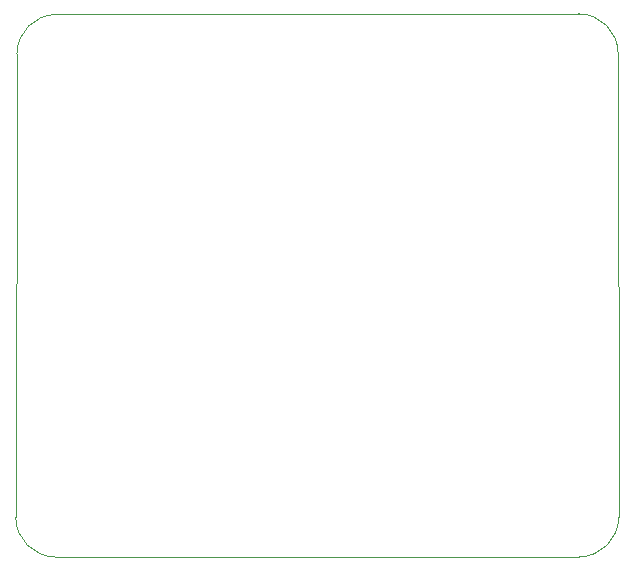
<source format=gbr>
%TF.GenerationSoftware,KiCad,Pcbnew,7.0.2*%
%TF.CreationDate,2023-10-26T15:36:35+02:00*%
%TF.ProjectId,Gnerator_poprawiony,476e6572-6174-46f7-925f-706f70726177,rev?*%
%TF.SameCoordinates,Original*%
%TF.FileFunction,Profile,NP*%
%FSLAX46Y46*%
G04 Gerber Fmt 4.6, Leading zero omitted, Abs format (unit mm)*
G04 Created by KiCad (PCBNEW 7.0.2) date 2023-10-26 15:36:35*
%MOMM*%
%LPD*%
G01*
G04 APERTURE LIST*
%TA.AperFunction,Profile*%
%ADD10C,0.100000*%
%TD*%
G04 APERTURE END LIST*
D10*
X101295200Y-77622400D02*
X101396800Y-38404800D01*
X101295200Y-77622400D02*
G75*
G03*
X104648000Y-80975200I3352800J0D01*
G01*
X152298400Y-38354000D02*
X152349200Y-77622400D01*
X104749600Y-35052000D02*
G75*
G03*
X101396800Y-38404800I0J-3352800D01*
G01*
X148996400Y-80975200D02*
X104648000Y-80975200D01*
X152298400Y-38354000D02*
G75*
G03*
X148945600Y-35001200I-3352800J0D01*
G01*
X148996400Y-80975200D02*
G75*
G03*
X152349200Y-77622400I0J3352800D01*
G01*
X104749600Y-35052000D02*
X148945600Y-35001200D01*
M02*

</source>
